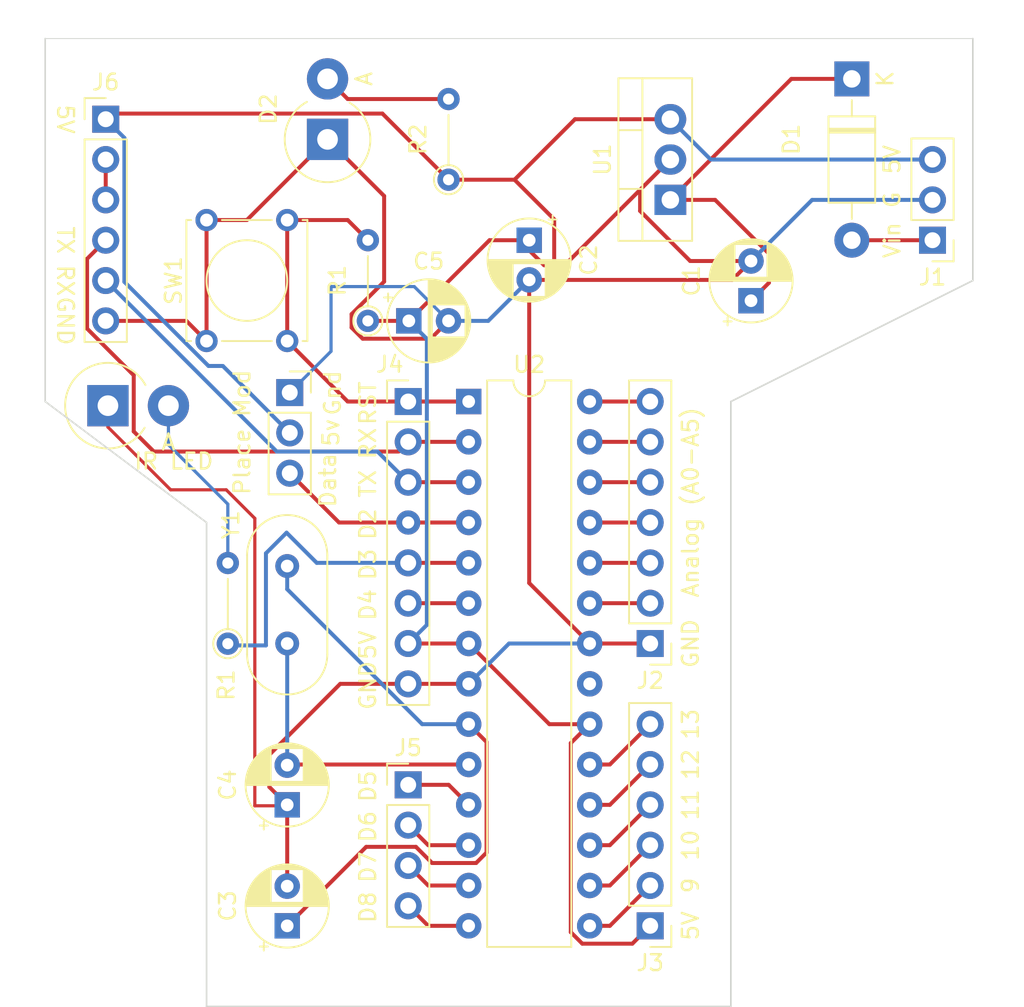
<source format=kicad_pcb>
(kicad_pcb (version 20211014) (generator pcbnew)
  (layers (0 "F.Cu" signal) (31 "B.Cu" signal) (34 "B.Paste" user) (35 "F.Paste" user) (36 "B.SilkS" user "B.Silkscreen") (37 "F.SilkS" user "F.Silkscreen") (38 "B.Mask" user) (39 "F.Mask" user) (44 "Edge.Cuts" user))
  (net 0 "")
  (net 1 "GND")
  (net 2 "Net-(C1-Pad1)")
  (net 3 "+5V")
  (net 4 "XTAL1")
  (net 5 "XTAL2")
  (net 6 "Net-(D1-Pad2)")
  (net 7 "Net-(D2-Pad2)")
  (net 8 "Net-(U2-Pad21)")
  (net 9 "RESET")
  (net 10 "Net-(J2-Pad7)")
  (net 11 "Net-(J2-Pad6)")
  (net 12 "Net-(J2-Pad5)")
  (net 13 "Net-(J2-Pad4)")
  (net 14 "Net-(J2-Pad3)")
  (net 15 "Net-(J2-Pad2)")
  (net 16 "Net-(J3-Pad3)")
  (net 17 "Net-(J3-Pad2)")
  (net 18 "Net-(J4-Pad6)")
  (net 19 "Net-(J4-Pad5)")
  (net 20 "Net-(J4-Pad4)")
  (net 21 "D8")
  (net 22 "Net-(J5-Pad3)")
  (net 23 "D6")
  (net 24 "D5")
  (net 25 "TX")
  (net 26 "RX")
  (net 27 "Net-(J6-Pad2)")
  (net 28 "SCK")
  (net 29 "MISO")
  (net 30 "MOSI")
  (footprint "Capacitor_THT:CP_Radial_D5.0mm_P2.50mm" (layer "F.Cu") (at 196.85 72.39 90)
    (fp_text reference "C1" (at 1.25 -3.75 90) (layer "F.SilkS"))
    (fp_text value "100u")
    (pad "1" thru_hole rect locked (at 0 0 90) (size 1.6 1.6) (drill 0.8) (layers *.Cu *.Mask) (net 2 "Net-(C1-Pad1)"))
    (pad "2" thru_hole circle locked (at 2.5 0 90) (size 1.6 1.6) (drill 0.8) (layers *.Cu *.Mask) (net 1 "GND"))
  )
  (footprint "Capacitor_THT:CP_Radial_D5.0mm_P2.50mm" (layer "F.Cu") (at 182.88 68.58 -90)
    (fp_text reference "C2" (at 1.25 -3.75 90) (layer "F.SilkS"))
    (fp_text value "22u")
    (pad "1" thru_hole rect locked (at 0 0 270) (size 1.6 1.6) (drill 0.8) (layers *.Cu *.Mask) (net 3 "+5V"))
    (pad "2" thru_hole circle locked (at 2.5 0 270) (size 1.6 1.6) (drill 0.8) (layers *.Cu *.Mask) (net 1 "GND"))
  )
  (footprint "Capacitor_THT:CP_Radial_D5.0mm_P2.50mm" (layer "F.Cu") (at 167.64 111.76 90)
    (fp_text reference "C3" (at 1.25 -3.75 90) (layer "F.SilkS"))
    (fp_text value "22p")
    (pad "1" thru_hole rect locked (at 0 0 90) (size 1.6 1.6) (drill 0.8) (layers *.Cu *.Mask) (net 4 "XTAL1"))
    (pad "2" thru_hole circle locked (at 2.5 0 90) (size 1.6 1.6) (drill 0.8) (layers *.Cu *.Mask) (net 1 "GND"))
  )
  (footprint "Capacitor_THT:CP_Radial_D5.0mm_P2.50mm" (layer "F.Cu") (at 167.64 104.14 90)
    (fp_text reference "C4" (at 1.25 -3.75 90) (layer "F.SilkS"))
    (fp_text value "22p")
    (pad "1" thru_hole rect locked (at 0 0 90) (size 1.6 1.6) (drill 0.8) (layers *.Cu *.Mask) (net 1 "GND"))
    (pad "2" thru_hole circle locked (at 2.5 0 90) (size 1.6 1.6) (drill 0.8) (layers *.Cu *.Mask) (net 5 "XTAL2"))
  )
  (footprint "Capacitor_THT:CP_Radial_D5.0mm_P2.50mm" (layer "F.Cu") (at 175.3 73.66)
    (fp_text reference "C5" (at 1.25 -3.75) (layer "F.SilkS"))
    (fp_text value "C")
    (pad "1" thru_hole rect locked (at 0 0) (size 1.6 1.6) (drill 0.8) (layers *.Cu *.Mask) (net 3 "+5V"))
    (pad "2" thru_hole circle locked (at 2.5 0) (size 1.6 1.6) (drill 0.8) (layers *.Cu *.Mask) (net 1 "GND"))
  )
  (footprint "Diode_THT:D_DO-41_SOD81_P10.16mm_Horizontal" (layer "F.Cu") (at 203.2 58.42 -90)
    (fp_text reference "D1" (at 3.81 3.81 90) (layer "F.SilkS"))
    (fp_text value "1N4007")
    (fp_text user "K" (at 0 -2.1 90) (layer "F.SilkS"))
    (pad "1" thru_hole rect locked (at 0 0 270) (size 2.2 2.2) (drill 1.1) (layers *.Cu *.Mask) (net 2 "Net-(C1-Pad1)"))
    (pad "2" thru_hole oval locked (at 10.16 0 270) (size 2.2 2.2) (drill 1.1) (layers *.Cu *.Mask) (net 6 "Net-(D1-Pad2)"))
  )
  (footprint "Diode_THT:D_DO-201_P3.81mm_Vertical_AnodeUp" (layer "F.Cu") (at 170.18 62.23 90)
    (fp_text reference "D2" (at 1.905 -3.725 90) (layer "F.SilkS"))
    (fp_text value "LED_ALT")
    (fp_text user "A" (at 3.81 2.3 90) (layer "F.SilkS"))
    (pad "1" thru_hole rect locked (at 0 0 90) (size 2.6 2.6) (drill 1.3) (layers *.Cu *.Mask) (net 1 "GND"))
    (pad "2" thru_hole oval locked (at 3.81 0 90) (size 2.6 2.6) (drill 1.3) (layers *.Cu *.Mask) (net 7 "Net-(D2-Pad2)"))
  )
  (footprint "Resistor_THT:R_Axial_DIN0204_L3.6mm_D1.6mm_P5.08mm_Vertical" (layer "F.Cu") (at 172.72 73.66 90)
    (fp_text reference "R1" (at 2.54 -1.92 90) (layer "F.SilkS"))
    (fp_text value "R")
    (pad "1" thru_hole circle locked (at 0 0 90) (size 1.4 1.4) (drill 0.7) (layers *.Cu *.Mask) (net 3 "+5V"))
    (pad "2" thru_hole oval locked (at 5.08 0 90) (size 1.4 1.4) (drill 0.7) (layers *.Cu *.Mask) (net 9 "RESET"))
  )
  (footprint "Resistor_THT:R_Axial_DIN0204_L3.6mm_D1.6mm_P5.08mm_Vertical" (layer "F.Cu") (at 177.8 64.77 90)
    (fp_text reference "R2" (at 2.54 -1.92 90) (layer "F.SilkS"))
    (fp_text value "220")
    (pad "1" thru_hole circle locked (at 0 0 90) (size 1.4 1.4) (drill 0.7) (layers *.Cu *.Mask) (net 3 "+5V"))
    (pad "2" thru_hole oval locked (at 5.08 0 90) (size 1.4 1.4) (drill 0.7) (layers *.Cu *.Mask) (net 7 "Net-(D2-Pad2)"))
  )
  (footprint "Button_Switch_THT:SW_Tactile_Straight_KSA0Axx1LFTR" (layer "F.Cu") (at 162.56 74.93 90)
    (fp_text reference "SW1" (at 3.81 -2.08 90) (layer "F.SilkS"))
    (fp_text value "SW_Push")
    (pad "1" thru_hole circle locked (at 0 0 90) (size 1.397 1.397) (drill 0.8128) (layers *.Cu *.Mask) (net 1 "GND"))
    (pad "1" thru_hole circle locked (at 7.62 0 90) (size 1.397 1.397) (drill 0.8128) (layers *.Cu *.Mask) (net 1 "GND"))
    (pad "2" thru_hole circle locked (at 0 5.08 90) (size 1.397 1.397) (drill 0.8128) (layers *.Cu *.Mask) (net 9 "RESET"))
    (pad "2" thru_hole circle locked (at 7.62 5.08 90) (size 1.397 1.397) (drill 0.8128) (layers *.Cu *.Mask) (net 9 "RESET"))
  )
  (footprint "Package_TO_SOT_THT:TO-220-3_Vertical" (layer "F.Cu") (at 191.77 66.04 90)
    (fp_text reference "U1" (at 2.54 -4.27 90) (layer "F.SilkS"))
    (fp_text value "LM7805_TO220")
    (pad "1" thru_hole rect locked (at 0 0 90) (size 1.905 2) (drill 1.1) (layers *.Cu *.Mask) (net 2 "Net-(C1-Pad1)"))
    (pad "2" thru_hole oval locked (at 2.54 0 90) (size 1.905 2) (drill 1.1) (layers *.Cu *.Mask) (net 1 "GND"))
    (pad "3" thru_hole oval locked (at 5.08 0 90) (size 1.905 2) (drill 1.1) (layers *.Cu *.Mask) (net 3 "+5V"))
  )
  (footprint "Package_DIP:DIP-28_W7.62mm" (layer "F.Cu") (at 179.07 78.74)
    (fp_text reference "U2" (at 3.81 -2.33) (layer "F.SilkS"))
    (fp_text value "ATmega328P-PU")
    (pad "1" thru_hole rect locked (at 0 0) (size 1.6 1.6) (drill 0.8) (layers *.Cu *.Mask) (net 9 "RESET"))
    (pad "2" thru_hole oval locked (at 0 2.54) (size 1.6 1.6) (drill 0.8) (layers *.Cu *.Mask) (net 26 "RX"))
    (pad "3" thru_hole oval locked (at 0 5.08) (size 1.6 1.6) (drill 0.8) (layers *.Cu *.Mask) (net 25 "TX"))
    (pad "4" thru_hole oval locked (at 0 7.62) (size 1.6 1.6) (drill 0.8) (layers *.Cu *.Mask) (net 20 "Net-(J4-Pad4)"))
    (pad "5" thru_hole oval locked (at 0 10.16) (size 1.6 1.6) (drill 0.8) (layers *.Cu *.Mask) (net 19 "Net-(J4-Pad5)"))
    (pad "6" thru_hole oval locked (at 0 12.7) (size 1.6 1.6) (drill 0.8) (layers *.Cu *.Mask) (net 18 "Net-(J4-Pad6)"))
    (pad "7" thru_hole oval locked (at 0 15.24) (size 1.6 1.6) (drill 0.8) (layers *.Cu *.Mask) (net 3 "+5V"))
    (pad "8" thru_hole oval locked (at 0 17.78) (size 1.6 1.6) (drill 0.8) (layers *.Cu *.Mask) (net 1 "GND"))
    (pad "9" thru_hole oval locked (at 0 20.32) (size 1.6 1.6) (drill 0.8) (layers *.Cu *.Mask) (net 4 "XTAL1"))
    (pad "10" thru_hole oval locked (at 0 22.86) (size 1.6 1.6) (drill 0.8) (layers *.Cu *.Mask) (net 5 "XTAL2"))
    (pad "11" thru_hole oval locked (at 0 25.4) (size 1.6 1.6) (drill 0.8) (layers *.Cu *.Mask) (net 24 "D5"))
    (pad "12" thru_hole oval locked (at 0 27.94) (size 1.6 1.6) (drill 0.8) (layers *.Cu *.Mask) (net 23 "D6"))
    (pad "13" thru_hole oval locked (at 0 30.48) (size 1.6 1.6) (drill 0.8) (layers *.Cu *.Mask) (net 22 "Net-(J5-Pad3)"))
    (pad "14" thru_hole oval locked (at 0 33.02) (size 1.6 1.6) (drill 0.8) (layers *.Cu *.Mask) (net 21 "D8"))
    (pad "15" thru_hole oval locked (at 7.62 33.02) (size 1.6 1.6) (drill 0.8) (layers *.Cu *.Mask) (net 17 "Net-(J3-Pad2)"))
    (pad "16" thru_hole oval locked (at 7.62 30.48) (size 1.6 1.6) (drill 0.8) (layers *.Cu *.Mask) (net 16 "Net-(J3-Pad3)"))
    (pad "17" thru_hole oval locked (at 7.62 27.94) (size 1.6 1.6) (drill 0.8) (layers *.Cu *.Mask) (net 30 "MOSI"))
    (pad "18" thru_hole oval locked (at 7.62 25.4) (size 1.6 1.6) (drill 0.8) (layers *.Cu *.Mask) (net 29 "MISO"))
    (pad "19" thru_hole oval locked (at 7.62 22.86) (size 1.6 1.6) (drill 0.8) (layers *.Cu *.Mask) (net 28 "SCK"))
    (pad "20" thru_hole oval locked (at 7.62 20.32) (size 1.6 1.6) (drill 0.8) (layers *.Cu *.Mask) (net 3 "+5V"))
    (pad "21" thru_hole oval locked (at 7.62 17.78) (size 1.6 1.6) (drill 0.8) (layers *.Cu *.Mask) (net 8 "Net-(U2-Pad21)"))
    (pad "22" thru_hole oval locked (at 7.62 15.24) (size 1.6 1.6) (drill 0.8) (layers *.Cu *.Mask) (net 1 "GND"))
    (pad "23" thru_hole oval locked (at 7.62 12.7) (size 1.6 1.6) (drill 0.8) (layers *.Cu *.Mask) (net 15 "Net-(J2-Pad2)"))
    (pad "24" thru_hole oval locked (at 7.62 10.16) (size 1.6 1.6) (drill 0.8) (layers *.Cu *.Mask) (net 14 "Net-(J2-Pad3)"))
    (pad "25" thru_hole oval locked (at 7.62 7.62) (size 1.6 1.6) (drill 0.8) (layers *.Cu *.Mask) (net 13 "Net-(J2-Pad4)"))
    (pad "26" thru_hole oval locked (at 7.62 5.08) (size 1.6 1.6) (drill 0.8) (layers *.Cu *.Mask) (net 12 "Net-(J2-Pad5)"))
    (pad "27" thru_hole oval locked (at 7.62 2.54) (size 1.6 1.6) (drill 0.8) (layers *.Cu *.Mask) (net 11 "Net-(J2-Pad6)"))
    (pad "28" thru_hole oval locked (at 7.62 0) (size 1.6 1.6) (drill 0.8) (layers *.Cu *.Mask) (net 10 "Net-(J2-Pad7)"))
  )
  (footprint "Crystal:Crystal_HC49-U_Vertical" (layer "F.Cu") (at 167.64 93.98 90)
    (fp_text reference "Y1" (at 7.48 -3.54 90) (layer "F.SilkS"))
    (fp_text value "Crystal")
    (pad "1" thru_hole circle locked (at 0 0 90) (size 1.5 1.5) (drill 0.8) (layers *.Cu *.Mask) (net 5 "XTAL2"))
    (pad "2" thru_hole circle locked (at 4.88 0 90) (size 1.5 1.5) (drill 0.8) (layers *.Cu *.Mask) (net 4 "XTAL1"))
  )
  (footprint "Connector_PinHeader_2.54mm:PinHeader_1x07_P2.54mm_Vertical" (layer "F.Cu") (at 190.5 93.98 180)
    (fp_text reference "J2" (at 0 -2.33) (layer "F.SilkS"))
    (fp_text value "Conn_01x07_Female")
    (pad "1" thru_hole rect locked (at 0 0 180) (size 1.7 1.7) (drill 1) (layers *.Cu *.Mask) (net 1 "GND"))
    (pad "2" thru_hole oval locked (at 0 2.54 180) (size 1.7 1.7) (drill 1) (layers *.Cu *.Mask) (net 15 "Net-(J2-Pad2)"))
    (pad "3" thru_hole oval locked (at 0 5.08 180) (size 1.7 1.7) (drill 1) (layers *.Cu *.Mask) (net 14 "Net-(J2-Pad3)"))
    (pad "4" thru_hole oval locked (at 0 7.62 180) (size 1.7 1.7) (drill 1) (layers *.Cu *.Mask) (net 13 "Net-(J2-Pad4)"))
    (pad "5" thru_hole oval locked (at 0 10.16 180) (size 1.7 1.7) (drill 1) (layers *.Cu *.Mask) (net 12 "Net-(J2-Pad5)"))
    (pad "6" thru_hole oval locked (at 0 12.7 180) (size 1.7 1.7) (drill 1) (layers *.Cu *.Mask) (net 11 "Net-(J2-Pad6)"))
    (pad "7" thru_hole oval locked (at 0 15.24 180) (size 1.7 1.7) (drill 1) (layers *.Cu *.Mask) (net 10 "Net-(J2-Pad7)"))
  )
  (footprint "Connector_PinHeader_2.54mm:PinHeader_1x06_P2.54mm_Vertical" (layer "F.Cu") (at 190.5 111.76 180)
    (fp_text reference "J3" (at 0 -2.33) (layer "F.SilkS"))
    (fp_text value "Conn_01x06_Female")
    (pad "1" thru_hole rect locked (at 0 0 180) (size 1.7 1.7) (drill 1) (layers *.Cu *.Mask) (net 3 "+5V"))
    (pad "2" thru_hole oval locked (at 0 2.54 180) (size 1.7 1.7) (drill 1) (layers *.Cu *.Mask) (net 17 "Net-(J3-Pad2)"))
    (pad "3" thru_hole oval locked (at 0 5.08 180) (size 1.7 1.7) (drill 1) (layers *.Cu *.Mask) (net 16 "Net-(J3-Pad3)"))
    (pad "4" thru_hole oval locked (at 0 7.62 180) (size 1.7 1.7) (drill 1) (layers *.Cu *.Mask) (net 30 "MOSI"))
    (pad "5" thru_hole oval locked (at 0 10.16 180) (size 1.7 1.7) (drill 1) (layers *.Cu *.Mask) (net 29 "MISO"))
    (pad "6" thru_hole oval locked (at 0 12.7 180) (size 1.7 1.7) (drill 1) (layers *.Cu *.Mask) (net 28 "SCK"))
  )
  (footprint "Connector_PinHeader_2.54mm:PinHeader_1x08_P2.54mm_Vertical" (layer "F.Cu") (at 175.26 78.74)
    (fp_text reference "J4" (at -1.16 -2.34) (layer "F.SilkS"))
    (fp_text value "Conn_01x08_Female")
    (pad "1" thru_hole rect locked (at 0 0) (size 1.7 1.7) (drill 1) (layers *.Cu *.Mask) (net 9 "RESET"))
    (pad "2" thru_hole oval locked (at 0 2.54) (size 1.7 1.7) (drill 1) (layers *.Cu *.Mask) (net 26 "RX"))
    (pad "3" thru_hole oval locked (at 0 5.08) (size 1.7 1.7) (drill 1) (layers *.Cu *.Mask) (net 25 "TX"))
    (pad "4" thru_hole circle locked (at 0 7.62) (size 1.524 1.524) (drill 0.762) (layers *.Cu *.Mask) (net 20 "Net-(J4-Pad4)"))
    (pad "5" thru_hole oval locked (at 0 10.16) (size 1.7 1.7) (drill 1) (layers *.Cu *.Mask) (net 19 "Net-(J4-Pad5)"))
    (pad "6" thru_hole oval locked (at 0 12.7) (size 1.7 1.7) (drill 1) (layers *.Cu *.Mask) (net 18 "Net-(J4-Pad6)"))
    (pad "7" thru_hole oval locked (at 0 15.24) (size 1.7 1.7) (drill 1) (layers *.Cu *.Mask) (net 3 "+5V"))
    (pad "8" thru_hole oval locked (at 0 17.78) (size 1.7 1.7) (drill 1) (layers *.Cu *.Mask) (net 1 "GND"))
  )
  (footprint "Connector_PinHeader_2.54mm:PinHeader_1x04_P2.54mm_Vertical" (layer "F.Cu") (at 175.26 102.88)
    (fp_text reference "J5" (at 0 -2.33) (layer "F.SilkS"))
    (fp_text value "Conn_01x04_Female")
    (pad "1" thru_hole rect locked (at 0 0) (size 1.7 1.7) (drill 1) (layers *.Cu *.Mask) (net 24 "D5"))
    (pad "2" thru_hole oval locked (at 0 2.54) (size 1.7 1.7) (drill 1) (layers *.Cu *.Mask) (net 23 "D6"))
    (pad "3" thru_hole oval locked (at 0 5.08) (size 1.7 1.7) (drill 1) (layers *.Cu *.Mask) (net 22 "Net-(J5-Pad3)"))
    (pad "4" thru_hole oval locked (at 0 7.62) (size 1.7 1.7) (drill 1) (layers *.Cu *.Mask) (net 21 "D8"))
  )
  (footprint "Connector_PinHeader_2.54mm:PinHeader_1x06_P2.54mm_Vertical" (layer "F.Cu") (at 156.21 60.96)
    (fp_text reference "J6" (at 0 -2.33) (layer "F.SilkS"))
    (fp_text value "Conn_01x06_Female")
    (pad "1" thru_hole rect locked (at 0 0) (size 1.7 1.7) (drill 1) (layers *.Cu *.Mask) (net 3 "+5V"))
    (pad "2" thru_hole oval locked (at 0 2.54) (size 1.7 1.7) (drill 1) (layers *.Cu *.Mask) (net 27 "Net-(J6-Pad2)"))
    (pad "3" thru_hole oval locked (at 0 5.08) (size 1.7 1.7) (drill 1) (layers *.Cu *.Mask) (net 27 "Net-(J6-Pad2)"))
    (pad "4" thru_hole oval locked (at 0 7.62) (size 1.7 1.7) (drill 1) (layers *.Cu *.Mask) (net 26 "RX"))
    (pad "5" thru_hole oval locked (at 0 10.16) (size 1.7 1.7) (drill 1) (layers *.Cu *.Mask) (net 25 "TX"))
    (pad "6" thru_hole oval locked (at 0 12.7) (size 1.7 1.7) (drill 1) (layers *.Cu *.Mask) (net 1 "GND"))
  )
  (footprint "Connector_PinHeader_2.54mm:PinHeader_1x03_P2.54mm_Vertical" (layer "F.Cu") (at 208.28 68.58 180)
    (fp_text reference "J1" (at 0 -2.33) (layer "F.SilkS"))
    (fp_text value "Conn_01x03_Male")
    (pad "1" thru_hole rect locked (at 0 0 180) (size 1.7 1.7) (drill 1) (layers *.Cu *.Mask) (net 6 "Net-(D1-Pad2)"))
    (pad "2" thru_hole oval locked (at 0 2.54 180) (size 1.7 1.7) (drill 1) (layers *.Cu *.Mask) (net 1 "GND"))
    (pad "3" thru_hole oval locked (at 0 5.08 180) (size 1.7 1.7) (drill 1) (layers *.Cu *.Mask) (net 3 "+5V"))
  )
  (footprint "Connector_PinSocket_2.54mm:PinSocket_1x03_P2.54mm_Vertical" (layer "F.Cu") (at 167.8 78.175)
    (fp_text reference "Place Mod" (at -3 2.5 270) (layer "F.SilkS"))
    (fp_text value "PinSocket_1x03_P2.54mm_Vertical")
    (pad "1" thru_hole rect (at 0 0) (size 1.7 1.7) (drill 1) (layers *.Cu *.Mask))
    (pad "2" thru_hole oval (at 0 2.54) (size 1.7 1.7) (drill 1) (layers *.Cu *.Mask))
    (pad "3" thru_hole oval (at 0 5.08) (size 1.7 1.7) (drill 1) (layers *.Cu *.Mask))
  )
  (footprint "Resistor_THT:R_Axial_DIN0204_L3.6mm_D1.6mm_P5.08mm_Vertical" (layer "F.Cu") (at 163.9 93.99 90)
    (fp_text reference "R1" (at -2.61 -0.1 90) (layer "F.SilkS"))
    (fp_text value "R")
    (pad "1" thru_hole circle locked (at 0 0 90) (size 1.4 1.4) (drill 0.7) (layers *.Cu *.Mask))
    (pad "2" thru_hole oval locked (at 5.08 0 90) (size 1.4 1.4) (drill 0.7) (layers *.Cu *.Mask))
  )
  (footprint "Diode_THT:D_DO-201_P3.81mm_Vertical_AnodeUp" (layer "F.Cu") (at 156.35 79)
    (fp_text reference "IR LED" (at 4.15 3.5) (layer "F.SilkS"))
    (fp_text value "LED_ALT")
    (fp_text user "A" (at 3.81 2.3) (layer "F.SilkS"))
    (pad "1" thru_hole rect locked (at 0 0) (size 2.6 2.6) (drill 1.3) (layers *.Cu *.Mask))
    (pad "2" thru_hole oval locked (at 3.81 0) (size 2.6 2.6) (drill 1.3) (layers *.Cu *.Mask))
  )
  (gr_line (start 162.56 86.36) (end 162.56 116.84) (layer "Edge.Cuts") (width 0.1))
  (gr_line (start 152.4 78.74) (end 162.56 86.36) (layer "Edge.Cuts") (width 0.1))
  (gr_line (start 210.82 71.12) (end 195.58 78.74) (layer "Edge.Cuts") (width 0.1))
  (gr_line (start 152.4 55.88) (end 152.4 78.74) (layer "Edge.Cuts") (width 0.1))
  (gr_line (start 210.82 71.12) (end 210.82 55.88) (layer "Edge.Cuts") (width 0.1))
  (gr_line (start 195.58 78.74) (end 195.58 116.84) (layer "Edge.Cuts") (width 0.1))
  (gr_line (start 162.56 116.84) (end 195.58 116.84) (layer "Edge.Cuts") (width 0.1))
  (gr_line (start 152.4 55.88) (end 210.82 55.88) (layer "Edge.Cuts") (width 0.05))
  (gr_text "5V\n" (at 205.74 63.5 90) (layer "F.SilkS") (effects (font (size 1 1))))
  (gr_text "9\n" (at 193.04 109.22 90) (layer "F.SilkS") (effects (font (size 1 1))))
  (gr_text "D6\n" (at 172.72 105.51 90) (layer "F.SilkS") (effects (font (size 1 1))))
  (gr_text "GND" (at 153.67 73.66 270) (layer "F.SilkS") (effects (font (size 1 1))))
  (gr_text "TX" (at 153.67 68.58 270) (layer "F.SilkS") (effects (font (size 1 1))))
  (gr_text "D5" (at 172.72 102.97 90) (layer "F.SilkS") (effects (font (size 1 1))))
  (gr_text "D2" (at 172.72 86.46 90) (layer "F.SilkS") (effects (font (size 1 1))))
  (gr_text "10" (at 193.04 106.68 90) (layer "F.SilkS") (effects (font (size 1 1))))
  (gr_text "12" (at 193.04 101.6 90) (layer "F.SilkS") (effects (font (size 1 1))))
  (gr_text "Vin" (at 205.74 68.58 90) (layer "F.SilkS") (effects (font (size 1 1))))
  (gr_text "RX\n" (at 172.72 81.38 90) (layer "F.SilkS") (effects (font (size 1 1))))
  (gr_text "D3\n" (at 172.72 89 90) (layer "F.SilkS") (effects (font (size 1 1))))
  (gr_text "RST" (at 172.72 78.84 90) (layer "F.SilkS") (effects (font (size 1 1))))
  (gr_text "Gnd\n" (at 170.5 78.2 90) (layer "F.SilkS") (effects (font (size 1 1))))
  (gr_text "Analog (A0-A5)\n" (at 193.04 85.09 90) (layer "F.SilkS") (effects (font (size 1 1))))
  (gr_text "5V" (at 193.04 111.76 90) (layer "F.SilkS") (effects (font (size 1 1))))
  (gr_text "Data" (at 170.2 83.7 90) (layer "F.SilkS") (effects (font (size 1 1))))
  (gr_text "D7" (at 172.72 108.05 90) (layer "F.SilkS") (effects (font (size 1 1))))
  (gr_text "G" (at 205.74 66.04 90) (layer "F.SilkS") (effects (font (size 1 1))))
  (gr_text "D8" (at 172.72 110.59 90) (layer "F.SilkS") (effects (font (size 1 1))))
  (gr_text "GND\n" (at 172.72 96.62 90) (layer "F.SilkS") (effects (font (size 1 1))))
  (gr_text "5V\n" (at 153.67 60.96 270) (layer "F.SilkS") (effects (font (size 1 1))))
  (gr_text "RX" (at 153.67 71.12 270) (layer "F.SilkS") (effects (font (size 1 1))))
  (gr_text "5V" (at 172.72 94.08 90) (layer "F.SilkS") (effects (font (size 1 1))))
  (gr_text "5v" (at 170.4 80.7 90) (layer "F.SilkS") (effects (font (size 1 1))))
  (gr_text "GND\n" (at 193.04 93.98 90) (layer "F.SilkS") (effects (font (size 1 1))))
  (gr_text "D4" (at 172.72 91.54 90) (layer "F.SilkS") (effects (font (size 1 1))))
  (gr_text "11" (at 193.04 104.14 90) (layer "F.SilkS") (effects (font (size 1 1))))
  (gr_text "13" (at 193.04 99.06 90) (layer "F.SilkS") (effects (font (size 1 1))))
  (gr_text "TX\n" (at 172.72 83.92 90) (layer "F.SilkS") (effects (font (size 1 1))))
  (segment (start 163.9 88.91) (end 163.9 85.2) (width 0.2) (layer "B.Cu") (net 0))
  (segment (start 163.9 85.2) (end 160.16 81.46) (width 0.2) (layer "B.Cu") (net 0))
  (segment (start 160.16 81.46) (end 160.16 79) (width 0.2) (layer "B.Cu") (net 0))
  (segment (start 166.515489 103.015489) (end 166.515489 100.984511) (width 0.25) (layer "F.Cu") (net 1))
  (segment (start 162.56 67.31) (end 162.56 74.93) (width 0.25) (layer "F.Cu") (net 1))
  (segment (start 177.8 73.66) (end 176.675489 74.784511) (width 0.25) (layer "F.Cu") (net 1))
  (segment (start 165.6 104.2) (end 167.58 104.2) (width 0.2) (layer "F.Cu") (net 1))
  (segment (start 184.19 71.08) (end 191.77 63.5) (width 0.25) (layer "F.Cu") (net 1))
  (segment (start 165.1 67.31) (end 170.18 62.23) (width 0.25) (layer "F.Cu") (net 1))
  (segment (start 161.29 73.66) (end 156.21 73.66) (width 0.25) (layer "F.Cu") (net 1))
  (segment (start 162.56 74.93) (end 161.29 73.66) (width 0.25) (layer "F.Cu") (net 1))
  (segment (start 158.1 82.1) (end 160.3 84.3) (width 0.2) (layer "F.Cu") (net 1))
  (segment (start 193.018478 69.89) (end 189.865 66.736522) (width 0.25) (layer "F.Cu") (net 1))
  (segment (start 162.56 67.31) (end 165.1 67.31) (width 0.25) (layer "F.Cu") (net 1))
  (segment (start 176.675489 74.784511) (end 172.395633 74.784511) (width 0.25) (layer "F.Cu") (net 1))
  (segment (start 173.744511 65.794511) (end 170.18 62.23) (width 0.25) (layer "F.Cu") (net 1))
  (segment (start 166.515489 100.984511) (end 170.98 96.52) (width 0.25) (layer "F.Cu") (net 1))
  (segment (start 182.88 71.08) (end 195.66 71.08) (width 0.25) (layer "F.Cu") (net 1))
  (segment (start 156.35 80.35) (end 158.1 82.1) (width 0.2) (layer "F.Cu") (net 1))
  (segment (start 163.8 84.3) (end 165.6 86.1) (width 0.2) (layer "F.Cu") (net 1))
  (segment (start 160.3 84.3) (end 163.8 84.3) (width 0.2) (layer "F.Cu") (net 1))
  (segment (start 167.58 104.2) (end 167.64 104.14) (width 0.2) (layer "F.Cu") (net 1))
  (segment (start 156.35 79) (end 156.35 80.35) (width 0.2) (layer "F.Cu") (net 1))
  (segment (start 167.64 104.14) (end 167.64 109.26) (width 0.25) (layer "F.Cu") (net 1))
  (segment (start 195.66 71.08) (end 196.85 69.89) (width 0.25) (layer "F.Cu") (net 1))
  (segment (start 196.85 69.89) (end 193.018478 69.89) (width 0.25) (layer "F.Cu") (net 1))
  (segment (start 167.64 104.14) (end 166.515489 103.015489) (width 0.25) (layer "F.Cu") (net 1))
  (segment (start 189.865 66.736522) (end 189.865 65.405) (width 0.25) (layer "F.Cu") (net 1))
  (segment (start 175.26 96.52) (end 179.07 96.52) (width 0.25) (layer "F.Cu") (net 1))
  (segment (start 171.695489 73.235633) (end 173.744511 71.186611) (width 0.25) (layer "F.Cu") (net 1))
  (segment (start 165.6 86.1) (end 165.6 104.2) (width 0.2) (layer "F.Cu") (net 1))
  (segment (start 186.69 93.98) (end 190.5 93.98) (width 0.25) (layer "F.Cu") (net 1))
  (segment (start 182.88 71.08) (end 182.88 90.17) (width 0.25) (layer "F.Cu") (net 1))
  (segment (start 172.395633 74.784511) (end 171.695489 74.084367) (width 0.25) (layer "F.Cu") (net 1))
  (segment (start 171.695489 74.084367) (end 171.695489 73.235633) (width 0.25) (layer "F.Cu") (net 1))
  (segment (start 170.98 96.52) (end 175.26 96.52) (width 0.25) (layer "F.Cu") (net 1))
  (segment (start 182.88 90.17) (end 186.69 93.98) (width 0.25) (layer "F.Cu") (net 1))
  (segment (start 173.744511 71.186611) (end 173.744511 65.794511) (width 0.25) (layer "F.Cu") (net 1))
  (segment (start 175.64 71.5) (end 177.8 73.66) (width 0.2) (layer "B.Cu") (net 1))
  (segment (start 167.8 78.175) (end 170.4 75.575) (width 0.2) (layer "B.Cu") (net 1))
  (segment (start 177.8 73.66) (end 180.3 73.66) (width 0.25) (layer "B.Cu") (net 1))
  (segment (start 180.3 73.66) (end 182.88 71.08) (width 0.25) (layer "B.Cu") (net 1))
  (segment (start 170.4 71.5) (end 175.64 71.5) (width 0.2) (layer "B.Cu") (net 1))
  (segment (start 181.61 93.98) (end 179.07 96.52) (width 0.25) (layer "B.Cu") (net 1))
  (segment (start 170.4 75.575) (end 170.4 71.5) (width 0.2) (layer "B.Cu") (net 1))
  (segment (start 208.28 66.04) (end 200.7 66.04) (width 0.25) (layer "B.Cu") (net 1))
  (segment (start 186.69 93.98) (end 181.61 93.98) (width 0.25) (layer "B.Cu") (net 1))
  (segment (start 200.7 66.04) (end 196.85 69.89) (width 0.25) (layer "B.Cu") (net 1))
  (segment (start 196.85 72.39) (end 197.974511 71.265489) (width 0.25) (layer "F.Cu") (net 2))
  (segment (start 203.2 58.42) (end 199.39 58.42) (width 0.25) (layer "F.Cu") (net 2))
  (segment (start 194.5903 66.04) (end 191.77 66.04) (width 0.25) (layer "F.Cu") (net 2))
  (segment (start 199.39 58.42) (end 191.77 66.04) (width 0.25) (layer "F.Cu") (net 2))
  (segment (start 197.974511 71.265489) (end 197.974511 69.424211) (width 0.25) (layer "F.Cu") (net 2))
  (segment (start 197.974511 69.424211) (end 194.5903 66.04) (width 0.25) (layer "F.Cu") (net 2))
  (segment (start 182.88 69.215717) (end 182.88 68.58) (width 0.25) (layer "F.Cu") (net 3))
  (segment (start 186.224211 112.884511) (end 185.5 112.1603) (width 0.25) (layer "F.Cu") (net 3))
  (segment (start 185.5 100.25) (end 186.69 99.06) (width 0.25) (layer "F.Cu") (net 3))
  (segment (start 184.190708 70.154031) (end 183.818314 70.154031) (width 0.25) (layer "F.Cu") (net 3))
  (segment (start 173.635489 60.605489) (end 177.8 64.77) (width 0.25) (layer "F.Cu") (net 3))
  (segment (start 190.5 111.76) (end 189.375489 112.884511) (width 0.25) (layer "F.Cu") (net 3))
  (segment (start 184.454031 67.269292) (end 184.454031 69.890708) (width 0.25) (layer "F.Cu") (net 3))
  (segment (start 189.375489 112.884511) (end 186.224211 112.884511) (width 0.25) (layer "F.Cu") (net 3))
  (segment (start 172.72 73.66) (end 175.3 73.66) (width 0.25) (layer "F.Cu") (net 3))
  (segment (start 156.564511 60.605489) (end 173.635489 60.605489) (width 0.25) (layer "F.Cu") (net 3))
  (segment (start 185.764739 60.96) (end 191.77 60.96) (width 0.25) (layer "F.Cu") (net 3))
  (segment (start 175.26 93.98) (end 179.07 93.98) (width 0.25) (layer "F.Cu") (net 3))
  (segment (start 181.954739 64.77) (end 185.764739 60.96) (width 0.25) (layer "F.Cu") (net 3))
  (segment (start 175.3 73.66) (end 180.38 68.58) (width 0.25) (layer "F.Cu") (net 3))
  (segment (start 183.818314 70.154031) (end 182.88 69.215717) (width 0.25) (layer "F.Cu") (net 3))
  (segment (start 186.69 99.06) (end 184.15 99.06) (width 0.25) (layer "F.Cu") (net 3))
  (segment (start 184.15 99.06) (end 179.07 93.98) (width 0.25) (layer "F.Cu") (net 3))
  (segment (start 185.5 112.1603) (end 185.5 100.25) (width 0.25) (layer "F.Cu") (net 3))
  (segment (start 184.454031 69.890708) (end 184.190708 70.154031) (width 0.25) (layer "F.Cu") (net 3))
  (segment (start 177.8 64.77) (end 181.954739 64.77) (width 0.25) (layer "F.Cu") (net 3))
  (segment (start 180.38 68.58) (end 182.88 68.58) (width 0.25) (layer "F.Cu") (net 3))
  (segment (start 181.954739 64.77) (end 184.454031 67.269292) (width 0.25) (layer "F.Cu") (net 3))
  (segment (start 156.21 60.96) (end 156.564511 60.605489) (width 0.25) (layer "F.Cu") (net 3))
  (segment (start 163.585 76.5) (end 167.8 80.715) (width 0.25) (layer "B.Cu") (net 3))
  (segment (start 157.384511 71.201268) (end 162.683243 76.5) (width 0.25) (layer "B.Cu") (net 3))
  (segment (start 194.31 63.5) (end 191.77 60.96) (width 0.25) (layer "B.Cu") (net 3))
  (segment (start 176.434511 92.805489) (end 175.26 93.98) (width 0.25) (layer "B.Cu") (net 3))
  (segment (start 157.384511 62.134511) (end 157.384511 71.201268) (width 0.25) (layer "B.Cu") (net 3))
  (segment (start 162.683243 76.5) (end 163.585 76.5) (width 0.25) (layer "B.Cu") (net 3))
  (segment (start 176.434511 74.794511) (end 176.434511 92.805489) (width 0.25) (layer "B.Cu") (net 3))
  (segment (start 175.3 73.66) (end 176.434511 74.794511) (width 0.25) (layer "B.Cu") (net 3))
  (segment (start 156.21 60.96) (end 157.384511 62.134511) (width 0.25) (layer "B.Cu") (net 3))
  (segment (start 208.28 63.5) (end 194.31 63.5) (width 0.25) (layer "B.Cu") (net 3))
  (segment (start 179.535789 107.804511) (end 180.194511 107.145789) (width 0.25) (layer "F.Cu") (net 4))
  (segment (start 167.64 111.76) (end 172.614511 106.785489) (width 0.25) (layer "F.Cu") (net 4))
  (segment (start 175.746499 106.785489) (end 176.765521 107.804511) (width 0.25) (layer "F.Cu") (net 4))
  (segment (start 172.614511 106.785489) (end 175.746499 106.785489) (width 0.25) (layer "F.Cu") (net 4))
  (segment (start 180.194511 100.184511) (end 179.07 99.06) (width 0.25) (layer "F.Cu") (net 4))
  (segment (start 180.194511 107.145789) (end 180.194511 100.184511) (width 0.25) (layer "F.Cu") (net 4))
  (segment (start 176.765521 107.804511) (end 179.535789 107.804511) (width 0.25) (layer "F.Cu") (net 4))
  (segment (start 167.64 89.1) (end 167.64 90.56101) (width 0.25) (layer "B.Cu") (net 4))
  (segment (start 176.13899 99.06) (end 179.07 99.06) (width 0.25) (layer "B.Cu") (net 4))
  (segment (start 167.64 90.56101) (end 176.13899 99.06) (width 0.25) (layer "B.Cu") (net 4))
  (segment (start 179.07 101.6) (end 167.68 101.6) (width 0.25) (layer "F.Cu") (net 5))
  (segment (start 167.68 101.6) (end 167.64 101.64) (width 0.25) (layer "F.Cu") (net 5))
  (segment (start 167.64 101.64) (end 167.64 93.98) (width 0.25) (layer "B.Cu") (net 5))
  (segment (start 208.28 68.58) (end 203.2 68.58) (width 0.25) (layer "F.Cu") (net 6))
  (segment (start 171.45 59.69) (end 170.18 58.42) (width 0.25) (layer "F.Cu") (net 7))
  (segment (start 177.8 59.69) (end 171.45 59.69) (width 0.25) (layer "F.Cu") (net 7))
  (segment (start 167.64 67.31) (end 167.64 74.93) (width 0.25) (layer "F.Cu") (net 9))
  (segment (start 167.64 67.31) (end 171.45 67.31) (width 0.25) (layer "F.Cu") (net 9))
  (segment (start 175.26 78.74) (end 171.45 78.74) (width 0.25) (layer "F.Cu") (net 9))
  (segment (start 179.07 78.74) (end 175.26 78.74) (width 0.25) (layer "F.Cu") (net 9))
  (segment (start 171.45 78.74) (end 167.64 74.93) (width 0.25) (layer "F.Cu") (net 9))
  (segment (start 171.45 67.31) (end 172.72 68.58) (width 0.25) (layer "F.Cu") (net 9))
  (segment (start 186.69 78.74) (end 190.5 78.74) (width 0.25) (layer "F.Cu") (net 10))
  (segment (start 186.69 81.28) (end 190.5 81.28) (width 0.25) (layer "F.Cu") (net 11))
  (segment (start 186.69 83.82) (end 190.5 83.82) (width 0.25) (layer "F.Cu") (net 12))
  (segment (start 186.69 86.36) (end 190.5 86.36) (width 0.25) (layer "F.Cu") (net 13))
  (segment (start 186.69 88.9) (end 190.5 88.9) (width 0.25) (layer "F.Cu") (net 14))
  (segment (start 186.69 91.44) (end 190.5 91.44) (width 0.25) (layer "F.Cu") (net 15))
  (segment (start 187.96 109.22) (end 190.5 106.68) (width 0.25) (layer "F.Cu") (net 16))
  (segment (start 186.69 109.22) (end 187.96 109.22) (width 0.25) (layer "F.Cu") (net 16))
  (segment (start 187.96 111.76) (end 190.5 109.22) (width 0.25) (layer "F.Cu") (net 17))
  (segment (start 186.69 111.76) (end 187.96 111.76) (width 0.25) (layer "F.Cu") (net 17))
  (segment (start 175.26 91.44) (end 179.07 91.44) (width 0.25) (layer "F.Cu") (net 18))
  (segment (start 175.26 88.9) (end 179.07 88.9) (width 0.25) (layer "F.Cu") (net 19))
  (segment (start 167.6 87) (end 166.3 88.3) (width 0.25) (layer "B.Cu") (net 19))
  (segment (start 169.5 88.9) (end 167.6 87) (width 0.25) (layer "B.Cu") (net 19))
  (segment (start 166.3 94.1) (end 164.01 94.1) (width 0.25) (layer "B.Cu") (net 19))
  (segment (start 166.3 88.3) (end 166.3 94.1) (width 0.25) (layer "B.Cu") (net 19))
  (segment (start 175.26 88.9) (end 169.5 88.9) (width 0.25) (layer "B.Cu") (net 19))
  (segment (start 164.01 94.1) (end 163.9 93.99) (width 0.25) (layer "B.Cu") (net 19))
  (segment (start 175.26 86.36) (end 170.905 86.36) (width 0.25) (layer "F.Cu") (net 20))
  (segment (start 175.26 86.36) (end 179.07 86.36) (width 0.25) (layer "F.Cu") (net 20))
  (segment (start 170.905 86.36) (end 167.8 83.255) (width 0.25) (layer "F.Cu") (net 20))
  (segment (start 175.26 110.5) (end 176.52 111.76) (width 0.25) (layer "F.Cu") (net 21))
  (segment (start 176.52 111.76) (end 179.07 111.76) (width 0.25) (layer "F.Cu") (net 21))
  (segment (start 179.07 109.22) (end 176.52 109.22) (width 0.25) (layer "F.Cu") (net 22))
  (segment (start 176.52 109.22) (end 175.26 107.96) (width 0.25) (layer "F.Cu") (net 22))
  (segment (start 176.52 106.68) (end 175.26 105.42) (width 0.25) (layer "F.Cu") (net 23))
  (segment (start 179.07 106.68) (end 176.52 106.68) (width 0.25) (layer "F.Cu") (net 23))
  (segment (start 175.26 102.88) (end 177.81 102.88) (width 0.25) (layer "F.Cu") (net 24))
  (segment (start 177.81 102.88) (end 179.07 104.14) (width 0.25) (layer "F.Cu") (net 24))
  (segment (start 175.26 83.82) (end 179.07 83.82) (width 0.25) (layer "F.Cu") (net 25))
  (segment (start 156.21 71.12) (end 166.979511 81.889511) (width 0.25) (layer "B.Cu") (net 25))
  (segment (start 173.329511 81.889511) (end 175.26 83.82) (width 0.25) (layer "B.Cu") (net 25))
  (segment (start 166.979511 81.889511) (end 173.329511 81.889511) (width 0.25) (layer "B.Cu") (net 25))
  (segment (start 155.035489 69.754511) (end 155.035489 74.146499) (width 0.25) (layer "F.Cu") (net 26))
  (segment (start 156.21 68.58) (end 155.035489 69.754511) (width 0.25) (layer "F.Cu") (net 26))
  (segment (start 175.26 81.28) (end 179.07 81.28) (width 0.25) (layer "F.Cu") (net 26))
  (segment (start 159.239511 81.889511) (end 157.974511 80.624511) (width 0.25) (layer "F.Cu") (net 26))
  (segment (start 157.974511 80.624511) (end 157.974511 77.085521) (width 0.25) (layer "F.Cu") (net 26))
  (segment (start 157.974511 77.085521) (end 155.035489 74.146499) (width 0.25) (layer "F.Cu") (net 26))
  (segment (start 175.26 81.28) (end 174.650489 81.889511) (width 0.25) (layer "F.Cu") (net 26))
  (segment (start 174.650489 81.889511) (end 159.239511 81.889511) (width 0.25) (layer "F.Cu") (net 26))
  (segment (start 156.21 66.04) (end 156.21 63.5) (width 0.25) (layer "F.Cu") (net 27))
  (segment (start 186.69 101.6) (end 187.96 101.6) (width 0.25) (layer "F.Cu") (net 28))
  (segment (start 187.96 101.6) (end 190.5 99.06) (width 0.25) (layer "F.Cu") (net 28))
  (segment (start 187.96 104.14) (end 190.5 101.6) (width 0.25) (layer "F.Cu") (net 29))
  (segment (start 186.69 104.14) (end 187.96 104.14) (width 0.25) (layer "F.Cu") (net 29))
  (segment (start 186.69 106.68) (end 187.96 106.68) (width 0.25) (layer "F.Cu") (net 30))
  (segment (start 187.96 106.68) (end 190.5 104.14) (width 0.25) (layer "F.Cu") (net 30))
)
</source>
